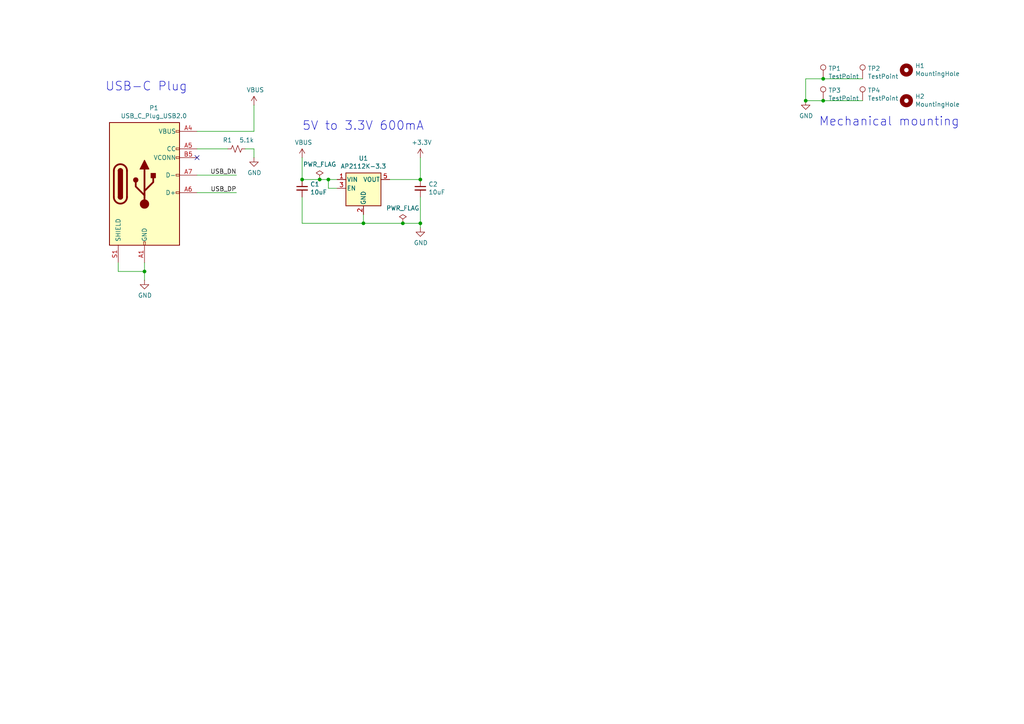
<source format=kicad_sch>
(kicad_sch (version 20250114) (generator "eeschema") (generator_version "9.0")
  (paper "A4")
  (title_block (title "Expansion Card Template") (date "2020-12-12") (rev "X1") (company "Framework") (comment 1 "This work is licensed under a Creative Commons Attribution 4.0 International License") (comment 4 "https://frame.work"))
  (lib_symbols
    (symbol "Connector:TestPoint" (pin_numbers (hide yes)) (pin_names (offset 0.762) (hide yes))
      (property "Reference" "TP" (at 0 6.858 0))
      (property "Value" "TestPoint" (at 0 5.08 0))
      (symbol "TestPoint_0_1"
        (circle (center 0 3.302) (radius 0.762))
      )
      (symbol "TestPoint_1_1"
        (pin passive line (at 0 0 90) (length 2.54) (name "1") (number "1"))
      )
    )
    (symbol "Connector:USB_C_Plug_USB2.0" (pin_names (offset 1.016))
      (property "Reference" "P" (at -10.16 19.05 0))
      (property "Value" "USB_C_Plug_USB2.0" (at 12.7 19.05 0))
      (symbol "USB_C_Plug_USB2.0_0_0"
        (rectangle (start -0.254 -17.78) (end 0.254 -16.764))
        (rectangle (start 10.16 15.494) (end 9.144 14.986))
        (rectangle (start 10.16 10.414) (end 9.144 9.906))
        (rectangle (start 10.16 7.874) (end 9.144 7.366))
        (rectangle (start 10.16 2.794) (end 9.144 2.286))
        (rectangle (start 10.16 -2.286) (end 9.144 -2.794))
      )
      (symbol "USB_C_Plug_USB2.0_0_1"
        (rectangle (start -10.16 17.78) (end 10.16 -17.78) (stroke (width 0.254)) (fill (type background)))
        (polyline (pts (xy -8.89 -3.81) (xy -8.89 3.81)) (stroke (width 0.508)))
        (rectangle (start -7.62 -3.81) (end -6.35 3.81) (stroke (width 0.254)) (fill (type outline)))
        (arc (start -7.62 3.81) (mid -6.985 4.4423) (end -6.35 3.81) (stroke (width 0.254)))
        (arc (start -7.62 3.81) (mid -6.985 4.4423) (end -6.35 3.81) (stroke (width 0.254)) (fill (type outline)))
        (arc (start -8.89 3.81) (mid -6.985 5.7067) (end -5.08 3.81) (stroke (width 0.508)))
        (arc (start -5.08 -3.81) (mid -6.985 -5.7067) (end -8.89 -3.81) (stroke (width 0.508)))
        (arc (start -6.35 -3.81) (mid -6.985 -4.4423) (end -7.62 -3.81) (stroke (width 0.254)))
        (arc (start -6.35 -3.81) (mid -6.985 -4.4423) (end -7.62 -3.81) (stroke (width 0.254)) (fill (type outline)))
        (polyline (pts (xy -5.08 3.81) (xy -5.08 -3.81)) (stroke (width 0.508)))
        (circle (center -2.54 1.143) (radius 0.635) (stroke (width 0.254)) (fill (type outline)))
        (polyline (pts (xy -1.27 4.318) (xy 0 6.858) (xy 1.27 4.318) (xy -1.27 4.318)) (stroke (width 0.254)) (fill (type outline)))
        (polyline (pts (xy 0 -2.032) (xy 2.54 0.508) (xy 2.54 1.778)) (stroke (width 0.508)))
        (polyline (pts (xy 0 -3.302) (xy -2.54 -0.762) (xy -2.54 0.508)) (stroke (width 0.508)))
        (polyline (pts (xy 0 -5.842) (xy 0 4.318)) (stroke (width 0.508)))
        (circle (center 0 -5.842) (radius 1.27) (fill (type outline)))
        (rectangle (start 1.905 1.778) (end 3.175 3.048) (stroke (width 0.254)) (fill (type outline)))
      )
      (symbol "USB_C_Plug_USB2.0_1_1"
        (pin passive line (at -7.62 -22.86 90) (length 5.08) (name "SHIELD") (number "S1"))
        (pin passive line (at 0 -22.86 90) (length 5.08) (name "GND") (number "A1"))
        (pin passive line (at 0 -22.86 90) (length 5.08) (hide yes) (name "GND") (number "A12"))
        (pin passive line (at 0 -22.86 90) (length 5.08) (hide yes) (name "GND") (number "B1"))
        (pin passive line (at 0 -22.86 90) (length 5.08) (hide yes) (name "GND") (number "B12"))
        (pin passive line (at 15.24 15.24 180) (length 5.08) (name "VBUS") (number "A4"))
        (pin passive line (at 15.24 15.24 180) (length 5.08) (hide yes) (name "VBUS") (number "A9"))
        (pin passive line (at 15.24 15.24 180) (length 5.08) (hide yes) (name "VBUS") (number "B4"))
        (pin passive line (at 15.24 15.24 180) (length 5.08) (hide yes) (name "VBUS") (number "B9"))
        (pin bidirectional line (at 15.24 10.16 180) (length 5.08) (name "CC") (number "A5"))
        (pin bidirectional line (at 15.24 7.62 180) (length 5.08) (name "VCONN") (number "B5"))
        (pin bidirectional line (at 15.24 2.54 180) (length 5.08) (name "D-") (number "A7"))
        (pin bidirectional line (at 15.24 -2.54 180) (length 5.08) (name "D+") (number "A6"))
      )
    )
    (symbol "Device:C_Small" (pin_numbers (hide yes)) (pin_names (offset 0.254) (hide yes))
      (property "Reference" "C" (at 0.254 1.778 0))
      (property "Value" "C_Small" (at 0.254 -2.032 0))
      (symbol "C_Small_0_1"
        (polyline (pts (xy -1.524 0.508) (xy 1.524 0.508)) (stroke (width 0.3048)))
        (polyline (pts (xy -1.524 -0.508) (xy 1.524 -0.508)) (stroke (width 0.3302)))
      )
      (symbol "C_Small_1_1"
        (pin passive line (at 0 2.54 270) (length 2.032) (name "~") (number "1"))
        (pin passive line (at 0 -2.54 90) (length 2.032) (name "~") (number "2"))
      )
    )
    (symbol "Device:R_Small_US" (pin_numbers (hide yes)) (pin_names (offset 0.254) (hide yes))
      (property "Reference" "R" (at 0.762 0.508 0))
      (property "Value" "R_Small_US" (at 0.762 -1.016 0))
      (symbol "R_Small_US_1_1"
        (polyline (pts (xy 0 1.524) (xy 1.016 1.143) (xy 0 0.762) (xy -1.016 0.381) (xy 0 0)))
        (polyline (pts (xy 0 0) (xy 1.016 -0.381) (xy 0 -0.762) (xy -1.016 -1.143) (xy 0 -1.524)))
        (pin passive line (at 0 2.54 270) (length 1.016) (name "~") (number "1"))
        (pin passive line (at 0 -2.54 90) (length 1.016) (name "~") (number "2"))
      )
    )
    (symbol "Mechanical:MountingHole" (pin_names (offset 1.016)) (in_bom no)
      (property "Reference" "H" (at 0 5.08 0))
      (property "Value" "MountingHole" (at 0 3.175 0))
      (symbol "MountingHole_0_1"
        (circle (center 0 0) (radius 1.27) (stroke (width 1.27)))
      )
    )
    (symbol "Regulator_Linear:AP2112K-3.3" (pin_names (offset 0.254))
      (property "Reference" "U" (at -5.08 5.715 0))
      (property "Value" "AP2112K-3.3" (at 0 5.715 0))
      (symbol "AP2112K-3.3_0_1"
        (rectangle (start -5.08 4.445) (end 5.08 -5.08) (stroke (width 0.254)) (fill (type background)))
      )
      (symbol "AP2112K-3.3_1_1"
        (pin power_in line (at -7.62 2.54 0) (length 2.54) (name "VIN") (number "1"))
        (pin input line (at -7.62 0 0) (length 2.54) (name "EN") (number "3"))
        (pin power_in line (at 0 -7.62 90) (length 2.54) (name "GND") (number "2"))
        (pin no_connect line (at 5.08 0 180) (length 2.54) (hide yes) (name "NC") (number "4"))
        (pin power_out line (at 7.62 2.54 180) (length 2.54) (name "VOUT") (number "5"))
      )
    )
    (symbol "power:+3.3V" (power) (pin_numbers (hide yes)) (pin_names (offset 0) (hide yes))
      (property "Value" "+3.3V" (at 0 3.556 0))
      (symbol "+3.3V_0_1"
        (polyline (pts (xy -0.762 1.27) (xy 0 2.54)))
        (polyline (pts (xy 0 2.54) (xy 0.762 1.27)))
        (polyline (pts (xy 0 0) (xy 0 2.54)))
      )
      (symbol "+3.3V_1_1"
        (pin power_in line (at 0 0 90) (length 0) (name "~") (number "1"))
      )
    )
    (symbol "power:GND" (power) (pin_numbers (hide yes)) (pin_names (offset 0) (hide yes))
      (property "Value" "GND" (at 0 -3.81 0))
      (symbol "GND_0_1"
        (polyline (pts (xy 0 0) (xy 0 -1.27) (xy 1.27 -1.27) (xy 0 -2.54) (xy -1.27 -1.27) (xy 0 -1.27)))
      )
      (symbol "GND_1_1"
        (pin power_in line (at 0 0 270) (length 0) (name "~") (number "1"))
      )
    )
    (symbol "power:PWR_FLAG" (power) (pin_numbers (hide yes)) (pin_names (offset 0) (hide yes))
      (property "Value" "PWR_FLAG" (at 0 3.81 0))
      (symbol "PWR_FLAG_0_0"
        (pin power_out line (at 0 0 90) (length 0) (name "~") (number "1"))
      )
      (symbol "PWR_FLAG_0_1"
        (polyline (pts (xy 0 0) (xy 0 1.27) (xy -1.016 1.905) (xy 0 2.54) (xy 1.016 1.905) (xy 0 1.27)))
      )
    )
    (symbol "power:VBUS" (power) (pin_numbers (hide yes)) (pin_names (offset 0) (hide yes))
      (property "Value" "VBUS" (at 0 3.556 0))
      (symbol "VBUS_0_1"
        (polyline (pts (xy -0.762 1.27) (xy 0 2.54)))
        (polyline (pts (xy 0 2.54) (xy 0.762 1.27)))
        (polyline (pts (xy 0 0) (xy 0 2.54)))
      )
      (symbol "VBUS_1_1"
        (pin power_in line (at 0 0 90) (length 0) (name "~") (number "1"))
      )
    )
  )
  (text "USB-C Plug" (at 30.48 26.67 0) (effects (font (size 2.54 2.54)) (justify left bottom)))
  (text "Mechanical mounting" (at 237.49 36.83 0) (effects (font (size 2.54 2.54)) (justify left bottom)))
  (text "5V to 3.3V 600mA" (at 87.63 38.1 0) (effects (font (size 2.54 2.54)) (justify left bottom)))
  (junction (at 105.41 64.77))
  (junction (at 121.92 64.77))
  (junction (at 95.25 52.07))
  (junction (at 121.92 52.07))
  (junction (at 238.76 29.21))
  (junction (at 41.91 78.74))
  (junction (at 238.76 22.86))
  (junction (at 92.71 52.07))
  (junction (at 116.84 64.77))
  (junction (at 87.63 52.07))
  (junction (at 233.68 29.21))
  (no_connect (at 57.15 45.72))
  (wire (pts (xy 57.15 55.88) (xy 68.58 55.88)))
  (wire (pts (xy 105.41 64.77) (xy 116.84 64.77)))
  (wire (pts (xy 87.63 45.72) (xy 87.63 52.07)))
  (wire (pts (xy 238.76 29.21) (xy 233.68 29.21)))
  (wire (pts (xy 250.19 22.86) (xy 238.76 22.86)))
  (wire (pts (xy 113.03 52.07) (xy 121.92 52.07)))
  (wire (pts (xy 41.91 81.28) (xy 41.91 78.74)))
  (wire (pts (xy 34.29 76.2) (xy 34.29 78.74)))
  (wire (pts (xy 34.29 78.74) (xy 41.91 78.74)))
  (wire (pts (xy 238.76 22.86) (xy 233.68 22.86)))
  (wire (pts (xy 95.25 52.07) (xy 97.79 52.07)))
  (wire (pts (xy 116.84 64.77) (xy 121.92 64.77)))
  (wire (pts (xy 71.12 43.18) (xy 73.66 43.18)))
  (wire (pts (xy 105.41 62.23) (xy 105.41 64.77)))
  (wire (pts (xy 121.92 45.72) (xy 121.92 52.07)))
  (wire (pts (xy 73.66 38.1) (xy 73.66 30.48)))
  (wire (pts (xy 57.15 50.8) (xy 68.58 50.8)))
  (wire (pts (xy 121.92 57.15) (xy 121.92 64.77)))
  (wire (pts (xy 92.71 52.07) (xy 95.25 52.07)))
  (wire (pts (xy 97.79 54.61) (xy 95.25 54.61)))
  (wire (pts (xy 57.15 43.18) (xy 66.04 43.18)))
  (wire (pts (xy 41.91 78.74) (xy 41.91 76.2)))
  (wire (pts (xy 87.63 52.07) (xy 92.71 52.07)))
  (wire (pts (xy 233.68 22.86) (xy 233.68 29.21)))
  (wire (pts (xy 87.63 64.77) (xy 105.41 64.77)))
  (wire (pts (xy 57.15 38.1) (xy 73.66 38.1)))
  (wire (pts (xy 250.19 29.21) (xy 238.76 29.21)))
  (wire (pts (xy 73.66 43.18) (xy 73.66 45.72)))
  (wire (pts (xy 121.92 64.77) (xy 121.92 66.04)))
  (wire (pts (xy 95.25 54.61) (xy 95.25 52.07)))
  (wire (pts (xy 87.63 57.15) (xy 87.63 64.77)))
  (label "USB_DN" (at 68.58 50.8 180))
  (label "USB_DP" (at 68.58 55.88 180))
  (symbol (lib_id "Regulator_Linear:AP2112K-3.3") (at 105.41 54.61 0) (unit 1)
    (property "Reference" "U1" (at 105.41 45.9232 0))
    (property "Value" "AP2112K-3.3" (at 105.41 48.2346 0))
    (property "Footprint" "Package_TO_SOT_SMD:SOT-23-5" (effects (hide yes)))
    (property "Datasheet" "https://www.diodes.com/assets/Datasheets/AP2112.pdf" (effects (hide yes)))
  )
  (symbol (lib_id "Device:C_Small") (at 87.63 54.61 0) (unit 1)
    (property "Reference" "C1" (at 89.9668 53.4416 0) (effects (justify left)))
    (property "Value" "10uF" (at 89.9668 55.753 0) (effects (justify left)))
    (property "Footprint" "Capacitor_SMD:C_0805_2012Metric" (effects (hide yes)))
  )
  (symbol (lib_id "Device:C_Small") (at 121.92 54.61 0) (unit 1)
    (property "Reference" "C2" (at 124.2568 53.4416 0) (effects (justify left)))
    (property "Value" "10uF" (at 124.2568 55.753 0) (effects (justify left)))
    (property "Footprint" "Capacitor_SMD:C_0805_2012Metric" (effects (hide yes)))
  )
  (symbol (lib_id "power:+3.3V") (at 121.92 45.72 0) (unit 1)
    (property "Reference" "#PWR05" (effects (hide yes)))
    (property "Value" "+3.3V" (at 122.301 41.3258 0))
  )
  (symbol (lib_id "power:GND") (at 121.92 66.04 0) (unit 1)
    (property "Reference" "#PWR06" (effects (hide yes)))
    (property "Value" "GND" (at 122.047 70.4342 0))
  )
  (symbol (lib_id "power:VBUS") (at 87.63 45.72 0) (unit 1)
    (property "Reference" "#PWR04" (effects (hide yes)))
    (property "Value" "VBUS" (at 88.011 41.3258 0))
  )
  (symbol (lib_id "Connector:USB_C_Plug_USB2.0") (at 41.91 53.34 0) (unit 1)
    (property "Reference" "P1" (at 44.6278 31.3182 0))
    (property "Value" "USB_C_Plug_USB2.0" (at 44.6278 33.6296 0))
    (property "Footprint" "Expansion_Card:TYPEC-SMD_TYPEC-950-ARP24" (effects (hide yes)))
    (property "Datasheet" "https://www.usb.org/sites/default/files/documents/usb_type-c.zip" (effects (hide yes)))
  )
  (symbol (lib_id "Device:R_Small_US") (at 68.58 43.18 90) (unit 1)
    (property "Reference" "R1" (at 67.31 40.64 90) (effects (justify left)))
    (property "Value" "5.1k" (at 73.66 40.64 90) (effects (justify left)))
    (property "Footprint" "Resistor_SMD:R_0603_1608Metric" (effects (hide yes)))
  )
  (symbol (lib_id "power:GND") (at 41.91 81.28 0) (unit 1)
    (property "Reference" "#PWR01" (effects (hide yes)))
    (property "Value" "GND" (at 42.037 85.6742 0))
  )
  (symbol (lib_id "power:GND") (at 73.66 45.72 0) (unit 1)
    (property "Reference" "#PWR03" (effects (hide yes)))
    (property "Value" "GND" (at 73.787 50.1142 0))
  )
  (symbol (lib_id "power:VBUS") (at 73.66 30.48 0) (unit 1)
    (property "Reference" "#PWR02" (effects (hide yes)))
    (property "Value" "VBUS" (at 74.041 26.0858 0))
  )
  (symbol (lib_id "Mechanical:MountingHole") (at 262.89 20.32 0) (unit 1)
    (property "Reference" "H1" (at 265.43 19.0754 0) (effects (justify left)))
    (property "Value" "MountingHole" (at 265.43 21.3868 0) (effects (justify left)))
    (property "Footprint" "MountingHole:MountingHole_2.2mm_M2" (effects (hide yes)))
  )
  (symbol (lib_id "Mechanical:MountingHole") (at 262.89 29.21 0) (unit 1)
    (property "Reference" "H2" (at 265.43 27.9654 0) (effects (justify left)))
    (property "Value" "MountingHole" (at 265.43 30.2768 0) (effects (justify left)))
    (property "Footprint" "MountingHole:MountingHole_2.2mm_M2" (effects (hide yes)))
  )
  (symbol (lib_id "power:PWR_FLAG") (at 92.71 52.07 0) (unit 1)
    (property "Reference" "#FLG01" (effects (hide yes)))
    (property "Value" "PWR_FLAG" (at 92.71 47.6758 0))
  )
  (symbol (lib_id "power:PWR_FLAG") (at 116.84 64.77 0) (unit 1)
    (property "Reference" "#FLG02" (effects (hide yes)))
    (property "Value" "PWR_FLAG" (at 116.84 60.3758 0))
  )
  (symbol (lib_id "Connector:TestPoint") (at 250.19 22.86 0) (unit 1)
    (property "Reference" "TP2" (at 251.6632 19.8628 0) (effects (justify left)))
    (property "Value" "TestPoint" (at 251.6632 22.1742 0) (effects (justify left)))
    (property "Footprint" "TestPoint:TestPoint_Pad_1.5x1.5mm" (effects (hide yes)))
  )
  (symbol (lib_id "Connector:TestPoint") (at 238.76 22.86 0) (unit 1)
    (property "Reference" "TP1" (at 240.2332 19.8628 0) (effects (justify left)))
    (property "Value" "TestPoint" (at 240.2332 22.1742 0) (effects (justify left)))
    (property "Footprint" "TestPoint:TestPoint_Pad_1.5x1.5mm" (effects (hide yes)))
  )
  (symbol (lib_id "Connector:TestPoint") (at 238.76 29.21 0) (unit 1)
    (property "Reference" "TP3" (at 240.2332 26.2128 0) (effects (justify left)))
    (property "Value" "TestPoint" (at 240.2332 28.5242 0) (effects (justify left)))
    (property "Footprint" "TestPoint:TestPoint_Pad_1.5x1.5mm" (effects (hide yes)))
  )
  (symbol (lib_id "Connector:TestPoint") (at 250.19 29.21 0) (unit 1)
    (property "Reference" "TP4" (at 251.6632 26.2128 0) (effects (justify left)))
    (property "Value" "TestPoint" (at 251.6632 28.5242 0) (effects (justify left)))
    (property "Footprint" "TestPoint:TestPoint_Pad_1.5x1.5mm" (effects (hide yes)))
  )
  (symbol (lib_id "power:GND") (at 233.68 29.21 0) (unit 1)
    (property "Reference" "#PWR0101" (effects (hide yes)))
    (property "Value" "GND" (at 233.807 33.6042 0))
  )
)
</source>
